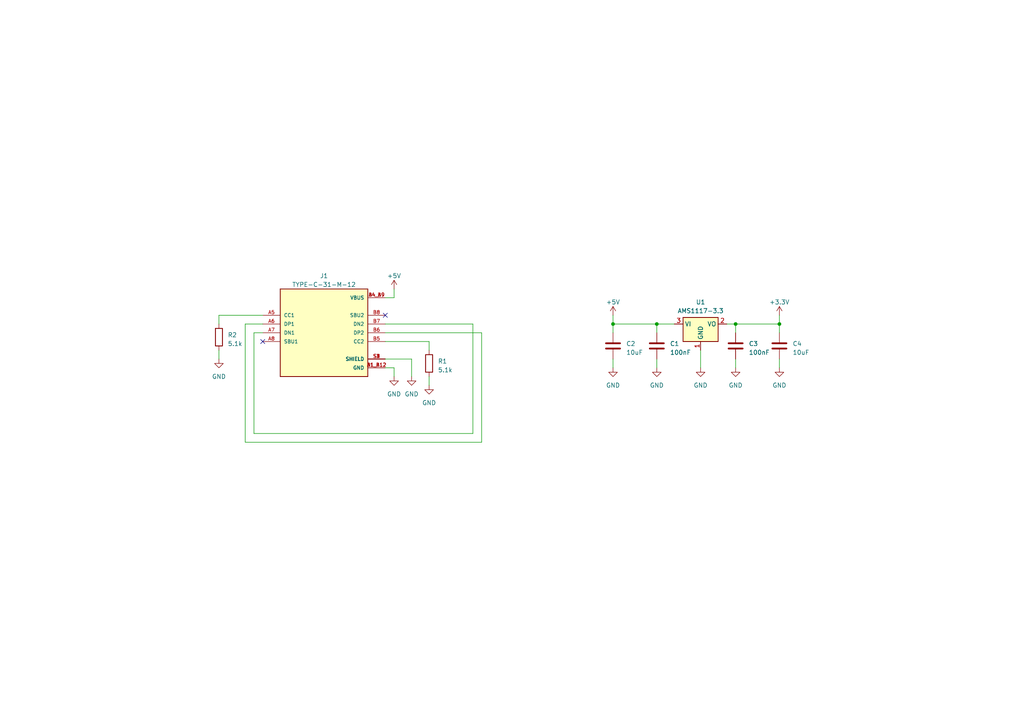
<source format=kicad_sch>
(kicad_sch (version 20230121) (generator eeschema)
  (paper "A4")
  (title_block (title "ISSptr") (date "July 2024") (rev "v1"))
  (lib_symbols
    (symbol "Device:C" (pin_numbers hide) (pin_names (offset 0.254))
      (property "Reference" "C" (at 0.635 2.54 0))
      (property "Value" "C" (at 0.635 -2.54 0))
      (symbol "C_0_1"
        (polyline (pts (xy -2.032 -0.762) (xy 2.032 -0.762)) (stroke (width 0.508)))
        (polyline (pts (xy -2.032 0.762) (xy 2.032 0.762)) (stroke (width 0.508)))
      )
      (symbol "C_1_1"
        (pin passive line (at 0 3.81 270) (length 2.794) (name "~") (number "1"))
        (pin passive line (at 0 -3.81 90) (length 2.794) (name "~") (number "2"))
      )
    )
    (symbol "Device:R" (pin_numbers hide) (pin_names (offset 0))
      (property "Reference" "R" (at 2.032 0 90))
      (property "Value" "R" (at 0 0 90))
      (symbol "R_0_1"
        (rectangle (start -1.016 -2.54) (end 1.016 2.54) (stroke (width 0.254)))
      )
      (symbol "R_1_1"
        (pin passive line (at 0 3.81 270) (length 1.27) (name "~") (number "1"))
        (pin passive line (at 0 -3.81 90) (length 1.27) (name "~") (number "2"))
      )
    )
    (symbol "Regulator_Linear:AMS1117-3.3"
      (property "Reference" "U" (at -3.81 3.175 0))
      (property "Value" "AMS1117-3.3" (at 0 3.175 0))
      (symbol "AMS1117-3.3_0_1"
        (rectangle (start -5.08 -5.08) (end 5.08 1.905) (stroke (width 0.254)) (fill (type background)))
      )
      (symbol "AMS1117-3.3_1_1"
        (pin power_in line (at 0 -7.62 90) (length 2.54) (name "GND") (number "1"))
        (pin power_out line (at 7.62 0 180) (length 2.54) (name "VO") (number "2"))
        (pin power_in line (at -7.62 0 0) (length 2.54) (name "VI") (number "3"))
      )
    )
    (symbol "TYPE-C-31-M-12:TYPE-C-31-M-12" (pin_names (offset 1.016))
      (property "Reference" "J" (at -12.7 13.462 0))
      (property "Value" "TYPE-C-31-M-12" (at -12.7 -13.462 0))
      (symbol "TYPE-C-31-M-12_0_0"
        (rectangle (start -12.7 -12.7) (end 12.7 12.7) (stroke (width 0.254)) (fill (type background)))
        (pin power_in line (at 17.78 -10.16 180) (length 5.08) (name "GND") (number "A1_B12"))
        (pin power_in line (at 17.78 10.16 180) (length 5.08) (name "VBUS") (number "A4_B9"))
        (pin bidirectional line (at -17.78 5.08 0) (length 5.08) (name "CC1") (number "A5"))
        (pin bidirectional line (at -17.78 2.54 0) (length 5.08) (name "DP1") (number "A6"))
        (pin bidirectional line (at -17.78 0 0) (length 5.08) (name "DN1") (number "A7"))
        (pin bidirectional line (at -17.78 -2.54 0) (length 5.08) (name "SBU1") (number "A8"))
        (pin power_in line (at 17.78 -10.16 180) (length 5.08) (name "GND") (number "B1_A12"))
        (pin power_in line (at 17.78 10.16 180) (length 5.08) (name "VBUS") (number "B4_A9"))
        (pin bidirectional line (at 17.78 -2.54 180) (length 5.08) (name "CC2") (number "B5"))
        (pin bidirectional line (at 17.78 0 180) (length 5.08) (name "DP2") (number "B6"))
        (pin bidirectional line (at 17.78 2.54 180) (length 5.08) (name "DN2") (number "B7"))
        (pin bidirectional line (at 17.78 5.08 180) (length 5.08) (name "SBU2") (number "B8"))
        (pin passive line (at 17.78 -7.62 180) (length 5.08) (name "SHIELD") (number "S1"))
        (pin passive line (at 17.78 -7.62 180) (length 5.08) (name "SHIELD") (number "S2"))
        (pin passive line (at 17.78 -7.62 180) (length 5.08) (name "SHIELD") (number "S3"))
        (pin passive line (at 17.78 -7.62 180) (length 5.08) (name "SHIELD") (number "S4"))
      )
    )
    (symbol "power:+3.3V" (power) (pin_names (offset 0))
      (property "Value" "+3.3V" (at 0 3.556 0))
      (symbol "+3.3V_0_1"
        (polyline (pts (xy -0.762 1.27) (xy 0 2.54)))
        (polyline (pts (xy 0 0) (xy 0 2.54)))
        (polyline (pts (xy 0 2.54) (xy 0.762 1.27)))
      )
      (symbol "+3.3V_1_1"
        (pin power_in line (at 0 0 90) (length 0) hide (name "+3.3V") (number "1"))
      )
    )
    (symbol "power:+5V" (power) (pin_names (offset 0))
      (property "Value" "+5V" (at 0 3.556 0))
      (symbol "+5V_0_1"
        (polyline (pts (xy -0.762 1.27) (xy 0 2.54)))
        (polyline (pts (xy 0 0) (xy 0 2.54)))
        (polyline (pts (xy 0 2.54) (xy 0.762 1.27)))
      )
      (symbol "+5V_1_1"
        (pin power_in line (at 0 0 90) (length 0) hide (name "+5V") (number "1"))
      )
    )
    (symbol "power:GND" (power) (pin_names (offset 0))
      (property "Value" "GND" (at 0 -3.81 0))
      (symbol "GND_0_1"
        (polyline (pts (xy 0 0) (xy 0 -1.27) (xy 1.27 -1.27) (xy 0 -2.54) (xy -1.27 -1.27) (xy 0 -1.27)))
      )
      (symbol "GND_1_1"
        (pin power_in line (at 0 0 270) (length 0) hide (name "GND") (number "1"))
      )
    )
  )
  (junction (at 177.8 93.98))
  (junction (at 226.06 93.98))
  (junction (at 190.5 93.98))
  (junction (at 213.36 93.98))
  (no_connect (at 111.76 91.44))
  (no_connect (at 76.2 99.06))
  (wire (pts (xy 190.5 93.98) (xy 190.5 96.52)))
  (wire (pts (xy 177.8 104.14) (xy 177.8 106.68)))
  (wire (pts (xy 190.5 93.98) (xy 195.58 93.98)))
  (wire (pts (xy 137.16 125.73) (xy 73.66 125.73)))
  (wire (pts (xy 124.46 109.22) (xy 124.46 111.76)))
  (wire (pts (xy 213.36 93.98) (xy 213.36 96.52)))
  (wire (pts (xy 190.5 104.14) (xy 190.5 106.68)))
  (wire (pts (xy 139.7 96.52) (xy 111.76 96.52)))
  (wire (pts (xy 177.8 96.52) (xy 177.8 93.98)))
  (wire (pts (xy 226.06 91.44) (xy 226.06 93.98)))
  (wire (pts (xy 76.2 93.98) (xy 71.12 93.98)))
  (wire (pts (xy 119.38 104.14) (xy 111.76 104.14)))
  (wire (pts (xy 177.8 93.98) (xy 190.5 93.98)))
  (wire (pts (xy 73.66 125.73) (xy 73.66 96.52)))
  (wire (pts (xy 73.66 96.52) (xy 76.2 96.52)))
  (wire (pts (xy 111.76 93.98) (xy 137.16 93.98)))
  (wire (pts (xy 114.3 86.36) (xy 111.76 86.36)))
  (wire (pts (xy 203.2 101.6) (xy 203.2 106.68)))
  (wire (pts (xy 226.06 104.14) (xy 226.06 106.68)))
  (wire (pts (xy 71.12 93.98) (xy 71.12 128.27)))
  (wire (pts (xy 71.12 128.27) (xy 139.7 128.27)))
  (wire (pts (xy 114.3 106.68) (xy 111.76 106.68)))
  (wire (pts (xy 114.3 83.82) (xy 114.3 86.36)))
  (wire (pts (xy 226.06 96.52) (xy 226.06 93.98)))
  (wire (pts (xy 213.36 104.14) (xy 213.36 106.68)))
  (wire (pts (xy 63.5 101.6) (xy 63.5 104.14)))
  (wire (pts (xy 226.06 93.98) (xy 213.36 93.98)))
  (wire (pts (xy 139.7 128.27) (xy 139.7 96.52)))
  (wire (pts (xy 213.36 93.98) (xy 210.82 93.98)))
  (wire (pts (xy 63.5 91.44) (xy 63.5 93.98)))
  (wire (pts (xy 119.38 109.22) (xy 119.38 104.14)))
  (wire (pts (xy 137.16 93.98) (xy 137.16 125.73)))
  (wire (pts (xy 124.46 99.06) (xy 111.76 99.06)))
  (wire (pts (xy 124.46 101.6) (xy 124.46 99.06)))
  (wire (pts (xy 76.2 91.44) (xy 63.5 91.44)))
  (wire (pts (xy 114.3 109.22) (xy 114.3 106.68)))
  (wire (pts (xy 177.8 91.44) (xy 177.8 93.98)))
  (symbol (lib_id "Device:C") (at 190.5 100.33 0) (unit 1)
    (property "Reference" "C1" (at 194.31 99.695 0) (effects (justify left)))
    (property "Value" "100nF" (at 194.31 102.235 0) (effects (justify left)))
  )
  (symbol (lib_id "power:+3.3V") (at 226.06 91.44 0) (unit 1)
    (property "Reference" "#PWR012" (effects hide))
    (property "Value" "+3.3V" (at 226.06 87.63 0))
  )
  (symbol (lib_id "Device:R") (at 124.46 105.41 0) (unit 1)
    (property "Reference" "R1" (at 127 104.775 0) (effects (justify left)))
    (property "Value" "5.1k" (at 127 107.315 0) (effects (justify left)))
  )
  (symbol (lib_id "power:GND") (at 213.36 106.68 0) (unit 1)
    (property "Reference" "#PWR010" (effects hide))
    (property "Value" "GND" (at 213.36 111.76 0))
  )
  (symbol (lib_id "power:+5V") (at 177.8 91.44 0) (unit 1)
    (property "Reference" "#PWR09" (effects hide))
    (property "Value" "+5V" (at 177.8 87.63 0))
  )
  (symbol (lib_id "power:GND") (at 177.8 106.68 0) (unit 1)
    (property "Reference" "#PWR08" (effects hide))
    (property "Value" "GND" (at 177.8 111.76 0))
  )
  (symbol (lib_id "power:GND") (at 190.5 106.68 0) (unit 1)
    (property "Reference" "#PWR07" (effects hide))
    (property "Value" "GND" (at 190.5 111.76 0))
  )
  (symbol (lib_id "power:GND") (at 63.5 104.14 0) (unit 1)
    (property "Reference" "#PWR05" (effects hide))
    (property "Value" "GND" (at 63.5 109.22 0))
  )
  (symbol (lib_id "Device:R") (at 63.5 97.79 0) (unit 1)
    (property "Reference" "R2" (at 66.04 97.155 0) (effects (justify left)))
    (property "Value" "5.1k" (at 66.04 99.695 0) (effects (justify left)))
  )
  (symbol (lib_id "power:GND") (at 119.38 109.22 0) (unit 1)
    (property "Reference" "#PWR03" (effects hide))
    (property "Value" "GND" (at 119.38 114.3 0))
  )
  (symbol (lib_id "power:GND") (at 114.3 109.22 0) (unit 1)
    (property "Reference" "#PWR01" (effects hide))
    (property "Value" "GND" (at 114.3 114.3 0))
  )
  (symbol (lib_id "Regulator_Linear:AMS1117-3.3") (at 203.2 93.98 0) (unit 1)
    (property "Reference" "U1" (at 203.2 87.63 0))
    (property "Value" "AMS1117-3.3" (at 203.2 90.17 0))
    (property "Footprint" "Package_TO_SOT_SMD:SOT-223-3_TabPin2" (effects hide))
    (property "Datasheet" "http://www.advanced-monolithic.com/pdf/ds1117.pdf" (effects hide))
  )
  (symbol (lib_id "power:GND") (at 124.46 111.76 0) (unit 1)
    (property "Reference" "#PWR04" (effects hide))
    (property "Value" "GND" (at 124.46 116.84 0))
  )
  (symbol (lib_id "TYPE-C-31-M-12:TYPE-C-31-M-12") (at 93.98 96.52 0) (unit 1)
    (property "Reference" "J1" (at 93.98 80.01 0))
    (property "Value" "TYPE-C-31-M-12" (at 93.98 82.55 0))
    (property "Footprint" "TYPE-C-31-M-12:HRO_TYPE-C-31-M-12" (effects hide))
    (property "MF" "HRO Electronics Co., Ltd." (effects hide))
    (property "MAXIMUM_PACKAGE_HEIGHT" "3.26 mm" (effects hide))
    (property "Package" "Package" (effects hide))
    (property "Price" "None" (effects hide))
    (property "Check_prices" "https://www.snapeda.com/parts/TYPE-C-31-M-12/HRO+Electronics+Co.%252C+Ltd./view-part/?ref=eda" (effects hide))
    (property "STANDARD" "Manufacturer Recommendations" (effects hide))
    (property "PARTREV" "2020.12.08" (effects hide))
    (property "SnapEDA_Link" "https://www.snapeda.com/parts/TYPE-C-31-M-12/HRO+Electronics+Co.%252C+Ltd./view-part/?ref=snap" (effects hide))
    (property "MP" "TYPE-C-31-M-12" (effects hide))
    (property "Description" "\nUSB Connectors 24 Receptacle 1 8.94*7.3mm RoHS\n" (effects hide))
    (property "SNAPEDA_PN" "TYPE-C-31-M-12" (effects hide))
    (property "Availability" "Not in stock" (effects hide))
    (property "MANUFACTURER" "HRO Electronics Co., Ltd." (effects hide))
  )
  (symbol (lib_id "Device:C") (at 226.06 100.33 0) (unit 1)
    (property "Reference" "C4" (at 229.87 99.695 0) (effects (justify left)))
    (property "Value" "10uF" (at 229.87 102.235 0) (effects (justify left)))
  )
  (symbol (lib_id "power:GND") (at 203.2 106.68 0) (unit 1)
    (property "Reference" "#PWR06" (effects hide))
    (property "Value" "GND" (at 203.2 111.76 0))
  )
  (symbol (lib_id "power:+5V") (at 114.3 83.82 0) (unit 1)
    (property "Reference" "#PWR02" (effects hide))
    (property "Value" "+5V" (at 114.3 80.01 0))
  )
  (symbol (lib_id "Device:C") (at 177.8 100.33 0) (unit 1)
    (property "Reference" "C2" (at 181.61 99.695 0) (effects (justify left)))
    (property "Value" "10uF" (at 181.61 102.235 0) (effects (justify left)))
  )
  (symbol (lib_id "Device:C") (at 213.36 100.33 0) (unit 1)
    (property "Reference" "C3" (at 217.17 99.695 0) (effects (justify left)))
    (property "Value" "100nF" (at 217.17 102.235 0) (effects (justify left)))
  )
  (symbol (lib_id "power:GND") (at 226.06 106.68 0) (unit 1)
    (property "Reference" "#PWR011" (effects hide))
    (property "Value" "GND" (at 226.06 111.76 0))
  )
)
</source>
